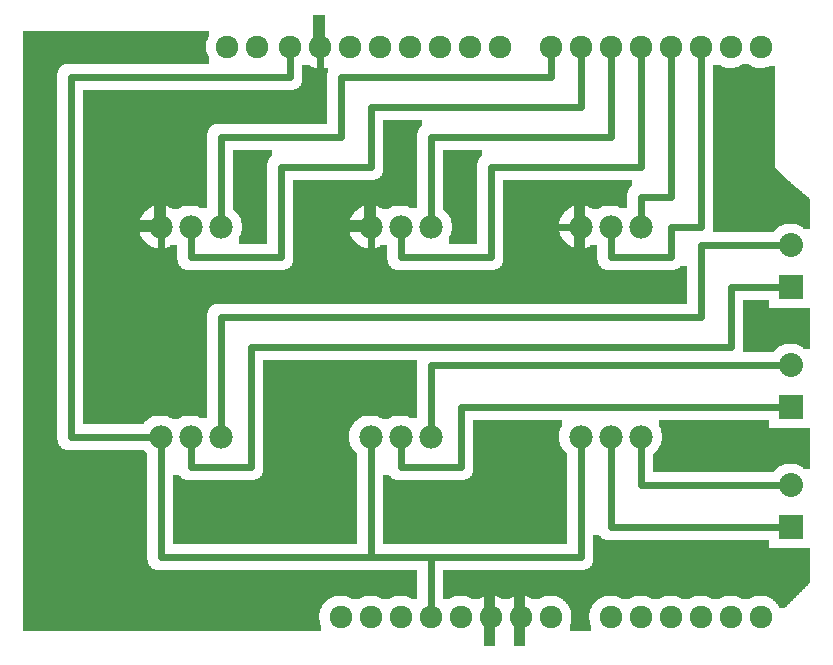
<source format=gtl>
G04 MADE WITH FRITZING*
G04 WWW.FRITZING.ORG*
G04 DOUBLE SIDED*
G04 HOLES PLATED*
G04 CONTOUR ON CENTER OF CONTOUR VECTOR*
%ASAXBY*%
%FSLAX23Y23*%
%MOIN*%
%OFA0B0*%
%SFA1.0B1.0*%
%ADD10C,0.075000*%
%ADD11C,0.075833*%
%ADD12C,0.078000*%
%ADD13C,0.080000*%
%ADD14C,0.039370*%
%ADD15R,0.080000X0.080000*%
%ADD16C,0.024000*%
%ADD17R,0.001000X0.001000*%
%LNCOPPER1*%
G90*
G70*
G54D10*
X134Y1967D03*
X332Y1802D03*
X2424Y1847D03*
X811Y1579D03*
X1511Y1579D03*
X2520Y1072D03*
X2230Y689D03*
X929Y886D03*
X1626Y685D03*
X2012Y298D03*
G54D11*
X732Y1997D03*
X832Y1997D03*
X939Y1997D03*
X1039Y1997D03*
X1139Y1997D03*
X1239Y1997D03*
X1339Y1997D03*
X1439Y1997D03*
X1539Y1997D03*
X1639Y1997D03*
X1809Y1997D03*
X1909Y1997D03*
X2009Y1997D03*
X2109Y1997D03*
X2209Y1997D03*
X2309Y1997D03*
X2409Y1997D03*
X2509Y1997D03*
X1109Y97D03*
X1209Y97D03*
X1309Y97D03*
X1409Y97D03*
X1509Y97D03*
X1609Y97D03*
X1709Y97D03*
X1809Y97D03*
X2009Y97D03*
X2109Y97D03*
X2209Y97D03*
X2309Y97D03*
X2409Y97D03*
X2509Y97D03*
G54D12*
X1909Y1397D03*
X2009Y1397D03*
X2109Y1397D03*
X1909Y697D03*
X2009Y697D03*
X2109Y697D03*
G54D13*
X2609Y397D03*
X2609Y535D03*
G54D12*
X1209Y1397D03*
X1309Y1397D03*
X1409Y1397D03*
X1209Y697D03*
X1309Y697D03*
X1409Y697D03*
G54D13*
X2609Y797D03*
X2609Y935D03*
G54D12*
X509Y1397D03*
X609Y1397D03*
X709Y1397D03*
X509Y697D03*
X609Y697D03*
X709Y697D03*
G54D13*
X2609Y1197D03*
X2609Y1335D03*
G54D14*
X2409Y697D03*
X509Y897D03*
X1809Y1297D03*
G54D15*
X2609Y397D03*
X2609Y797D03*
X2609Y1197D03*
G54D16*
X2209Y1497D02*
X2109Y1497D01*
D02*
X2109Y1497D02*
X2109Y1427D01*
D02*
X2209Y1969D02*
X2209Y1497D01*
D02*
X2109Y535D02*
X2109Y667D01*
D02*
X2577Y535D02*
X2109Y535D01*
D02*
X1409Y297D02*
X1209Y297D01*
D02*
X1409Y126D02*
X1409Y297D01*
D02*
X1409Y1697D02*
X1409Y1427D01*
D02*
X2009Y1697D02*
X1409Y1697D01*
D02*
X2009Y1969D02*
X2009Y1697D01*
D02*
X509Y297D02*
X509Y667D01*
D02*
X1209Y297D02*
X509Y297D01*
D02*
X1409Y297D02*
X1909Y297D01*
D02*
X1909Y297D02*
X1909Y667D01*
D02*
X1409Y126D02*
X1409Y297D01*
D02*
X1209Y297D02*
X1209Y667D01*
D02*
X709Y1697D02*
X709Y1427D01*
D02*
X1109Y1697D02*
X709Y1697D01*
D02*
X1109Y1897D02*
X1109Y1697D01*
D02*
X1809Y1897D02*
X1109Y1897D01*
D02*
X1809Y1969D02*
X1809Y1897D01*
D02*
X939Y1897D02*
X939Y1969D01*
D02*
X209Y1897D02*
X939Y1897D01*
D02*
X209Y697D02*
X209Y1897D01*
D02*
X478Y697D02*
X209Y697D01*
D02*
X2009Y397D02*
X2009Y667D01*
D02*
X2577Y397D02*
X2009Y397D01*
D02*
X1509Y797D02*
X2577Y797D01*
D02*
X1509Y597D02*
X1509Y797D01*
D02*
X1309Y597D02*
X1509Y597D01*
D02*
X1309Y667D02*
X1309Y597D01*
D02*
X1409Y727D02*
X1409Y935D01*
D02*
X1409Y935D02*
X2577Y935D01*
D02*
X2209Y1397D02*
X2309Y1397D01*
D02*
X2309Y1397D02*
X2309Y1969D01*
D02*
X2209Y1297D02*
X2209Y1397D01*
D02*
X2009Y1297D02*
X2209Y1297D01*
D02*
X2009Y1367D02*
X2009Y1297D01*
D02*
X1209Y1197D02*
X1209Y1367D01*
D02*
X1709Y1197D02*
X1209Y1197D01*
D02*
X1709Y1397D02*
X1709Y1197D01*
D02*
X1878Y1397D02*
X1709Y1397D01*
D02*
X1609Y1297D02*
X1309Y1297D01*
D02*
X1309Y1297D02*
X1309Y1367D01*
D02*
X1609Y1597D02*
X1609Y1297D01*
D02*
X2109Y1597D02*
X1609Y1597D01*
D02*
X2109Y1969D02*
X2109Y1597D01*
D02*
X1209Y1797D02*
X1209Y1597D01*
D02*
X1209Y1597D02*
X909Y1597D01*
D02*
X1909Y1797D02*
X1209Y1797D01*
D02*
X909Y1597D02*
X909Y1297D01*
D02*
X1909Y1969D02*
X1909Y1797D01*
D02*
X909Y1297D02*
X609Y1297D01*
D02*
X609Y1297D02*
X609Y1367D01*
D02*
X1039Y1797D02*
X309Y1797D01*
D02*
X309Y1797D02*
X309Y1597D01*
D02*
X1039Y1969D02*
X1039Y1797D01*
D02*
X309Y1197D02*
X509Y1197D01*
D02*
X509Y1197D02*
X509Y1397D01*
D02*
X309Y1397D02*
X309Y1197D01*
D02*
X309Y1597D02*
X309Y1397D01*
D02*
X1209Y1197D02*
X1209Y1367D01*
D02*
X509Y1197D02*
X1209Y1197D01*
D02*
X509Y1397D02*
X509Y1197D01*
D02*
X1209Y1367D02*
X1209Y1197D01*
D02*
X1209Y1197D02*
X309Y1197D01*
D02*
X509Y1197D02*
X509Y1367D01*
D02*
X309Y1197D02*
X509Y1197D01*
D02*
X309Y1397D02*
X309Y1197D01*
D02*
X309Y1197D02*
X309Y1397D01*
D02*
X2409Y1197D02*
X2577Y1197D01*
D02*
X2409Y997D02*
X2409Y1197D01*
D02*
X809Y997D02*
X2409Y997D01*
D02*
X809Y597D02*
X809Y997D01*
D02*
X609Y597D02*
X809Y597D01*
D02*
X609Y667D02*
X609Y597D01*
D02*
X2309Y1097D02*
X2309Y1335D01*
D02*
X2309Y1335D02*
X2577Y1335D01*
D02*
X1809Y1097D02*
X2309Y1097D01*
D02*
X709Y1097D02*
X1809Y1097D01*
D02*
X709Y727D02*
X709Y1097D01*
G36*
X52Y2049D02*
X52Y167D01*
X1324Y167D01*
X1324Y165D01*
X1332Y165D01*
X1332Y163D01*
X1336Y163D01*
X1336Y161D01*
X1340Y161D01*
X1340Y159D01*
X1344Y159D01*
X1344Y157D01*
X1364Y157D01*
X1364Y253D01*
X492Y253D01*
X492Y255D01*
X486Y255D01*
X486Y257D01*
X482Y257D01*
X482Y259D01*
X480Y259D01*
X480Y261D01*
X478Y261D01*
X478Y263D01*
X476Y263D01*
X476Y265D01*
X474Y265D01*
X474Y267D01*
X472Y267D01*
X472Y269D01*
X470Y269D01*
X470Y273D01*
X468Y273D01*
X468Y277D01*
X466Y277D01*
X466Y285D01*
X464Y285D01*
X464Y643D01*
X460Y643D01*
X460Y645D01*
X458Y645D01*
X458Y647D01*
X456Y647D01*
X456Y649D01*
X454Y649D01*
X454Y653D01*
X192Y653D01*
X192Y655D01*
X186Y655D01*
X186Y657D01*
X182Y657D01*
X182Y659D01*
X180Y659D01*
X180Y661D01*
X178Y661D01*
X178Y663D01*
X176Y663D01*
X176Y665D01*
X174Y665D01*
X174Y667D01*
X172Y667D01*
X172Y669D01*
X170Y669D01*
X170Y673D01*
X168Y673D01*
X168Y677D01*
X166Y677D01*
X166Y685D01*
X164Y685D01*
X164Y1909D01*
X166Y1909D01*
X166Y1917D01*
X168Y1917D01*
X168Y1921D01*
X170Y1921D01*
X170Y1925D01*
X172Y1925D01*
X172Y1927D01*
X174Y1927D01*
X174Y1929D01*
X176Y1929D01*
X176Y1931D01*
X178Y1931D01*
X178Y1933D01*
X180Y1933D01*
X180Y1935D01*
X184Y1935D01*
X184Y1937D01*
X188Y1937D01*
X188Y1939D01*
X194Y1939D01*
X194Y1941D01*
X672Y1941D01*
X672Y1961D01*
X670Y1961D01*
X670Y1965D01*
X668Y1965D01*
X668Y1969D01*
X666Y1969D01*
X666Y1973D01*
X664Y1973D01*
X664Y1979D01*
X662Y1979D01*
X662Y2015D01*
X664Y2015D01*
X664Y2021D01*
X666Y2021D01*
X666Y2025D01*
X668Y2025D01*
X668Y2029D01*
X670Y2029D01*
X670Y2049D01*
X52Y2049D01*
G37*
D02*
G36*
X52Y167D02*
X52Y51D01*
X1044Y51D01*
X1044Y71D01*
X1042Y71D01*
X1042Y75D01*
X1040Y75D01*
X1040Y85D01*
X1038Y85D01*
X1038Y109D01*
X1040Y109D01*
X1040Y119D01*
X1042Y119D01*
X1042Y123D01*
X1044Y123D01*
X1044Y127D01*
X1046Y127D01*
X1046Y131D01*
X1048Y131D01*
X1048Y135D01*
X1050Y135D01*
X1050Y137D01*
X1052Y137D01*
X1052Y141D01*
X1054Y141D01*
X1054Y143D01*
X1056Y143D01*
X1056Y145D01*
X1058Y145D01*
X1058Y147D01*
X1060Y147D01*
X1060Y149D01*
X1062Y149D01*
X1062Y151D01*
X1064Y151D01*
X1064Y153D01*
X1068Y153D01*
X1068Y155D01*
X1070Y155D01*
X1070Y157D01*
X1074Y157D01*
X1074Y159D01*
X1076Y159D01*
X1076Y161D01*
X1080Y161D01*
X1080Y163D01*
X1086Y163D01*
X1086Y165D01*
X1094Y165D01*
X1094Y167D01*
X52Y167D01*
G37*
D02*
G36*
X1124Y167D02*
X1124Y165D01*
X1132Y165D01*
X1132Y163D01*
X1136Y163D01*
X1136Y161D01*
X1140Y161D01*
X1140Y159D01*
X1144Y159D01*
X1144Y157D01*
X1146Y157D01*
X1146Y155D01*
X1170Y155D01*
X1170Y157D01*
X1174Y157D01*
X1174Y159D01*
X1176Y159D01*
X1176Y161D01*
X1180Y161D01*
X1180Y163D01*
X1186Y163D01*
X1186Y165D01*
X1194Y165D01*
X1194Y167D01*
X1124Y167D01*
G37*
D02*
G36*
X1224Y167D02*
X1224Y165D01*
X1232Y165D01*
X1232Y163D01*
X1236Y163D01*
X1236Y161D01*
X1240Y161D01*
X1240Y159D01*
X1244Y159D01*
X1244Y157D01*
X1246Y157D01*
X1246Y155D01*
X1270Y155D01*
X1270Y157D01*
X1274Y157D01*
X1274Y159D01*
X1276Y159D01*
X1276Y161D01*
X1280Y161D01*
X1280Y163D01*
X1286Y163D01*
X1286Y165D01*
X1294Y165D01*
X1294Y167D01*
X1224Y167D01*
G37*
D02*
G36*
X982Y1937D02*
X982Y1879D01*
X980Y1879D01*
X980Y1875D01*
X978Y1875D01*
X978Y1871D01*
X976Y1871D01*
X976Y1867D01*
X974Y1867D01*
X974Y1865D01*
X972Y1865D01*
X972Y1863D01*
X970Y1863D01*
X970Y1861D01*
X968Y1861D01*
X968Y1859D01*
X964Y1859D01*
X964Y1857D01*
X960Y1857D01*
X960Y1855D01*
X954Y1855D01*
X954Y1853D01*
X252Y1853D01*
X252Y1467D01*
X628Y1467D01*
X628Y1465D01*
X634Y1465D01*
X634Y1463D01*
X638Y1463D01*
X638Y1461D01*
X642Y1461D01*
X642Y1459D01*
X664Y1459D01*
X664Y1709D01*
X666Y1709D01*
X666Y1717D01*
X668Y1717D01*
X668Y1721D01*
X670Y1721D01*
X670Y1725D01*
X672Y1725D01*
X672Y1727D01*
X674Y1727D01*
X674Y1729D01*
X676Y1729D01*
X676Y1731D01*
X678Y1731D01*
X678Y1733D01*
X680Y1733D01*
X680Y1735D01*
X684Y1735D01*
X684Y1737D01*
X688Y1737D01*
X688Y1739D01*
X694Y1739D01*
X694Y1741D01*
X1064Y1741D01*
X1064Y1909D01*
X1066Y1909D01*
X1066Y1927D01*
X1022Y1927D01*
X1022Y1929D01*
X1016Y1929D01*
X1016Y1931D01*
X1010Y1931D01*
X1010Y1933D01*
X1006Y1933D01*
X1006Y1935D01*
X1004Y1935D01*
X1004Y1937D01*
X982Y1937D01*
G37*
D02*
G36*
X1252Y1753D02*
X1252Y1579D01*
X1250Y1579D01*
X1250Y1575D01*
X1248Y1575D01*
X1248Y1571D01*
X1246Y1571D01*
X1246Y1567D01*
X1244Y1567D01*
X1244Y1565D01*
X1242Y1565D01*
X1242Y1563D01*
X1240Y1563D01*
X1240Y1561D01*
X1238Y1561D01*
X1238Y1559D01*
X1234Y1559D01*
X1234Y1557D01*
X1230Y1557D01*
X1230Y1555D01*
X1224Y1555D01*
X1224Y1553D01*
X952Y1553D01*
X952Y1467D01*
X1328Y1467D01*
X1328Y1465D01*
X1334Y1465D01*
X1334Y1463D01*
X1338Y1463D01*
X1338Y1461D01*
X1342Y1461D01*
X1342Y1459D01*
X1364Y1459D01*
X1364Y1709D01*
X1366Y1709D01*
X1366Y1717D01*
X1368Y1717D01*
X1368Y1721D01*
X1370Y1721D01*
X1370Y1725D01*
X1372Y1725D01*
X1372Y1727D01*
X1374Y1727D01*
X1374Y1729D01*
X1376Y1729D01*
X1376Y1731D01*
X1378Y1731D01*
X1378Y1733D01*
X1380Y1733D01*
X1380Y1753D01*
X1252Y1753D01*
G37*
D02*
G36*
X1652Y1553D02*
X1652Y1467D01*
X2028Y1467D01*
X2028Y1465D01*
X2034Y1465D01*
X2034Y1463D01*
X2038Y1463D01*
X2038Y1461D01*
X2042Y1461D01*
X2042Y1459D01*
X2064Y1459D01*
X2064Y1509D01*
X2066Y1509D01*
X2066Y1517D01*
X2068Y1517D01*
X2068Y1521D01*
X2070Y1521D01*
X2070Y1525D01*
X2072Y1525D01*
X2072Y1527D01*
X2074Y1527D01*
X2074Y1529D01*
X2076Y1529D01*
X2076Y1531D01*
X2078Y1531D01*
X2078Y1533D01*
X2080Y1533D01*
X2080Y1553D01*
X1652Y1553D01*
G37*
D02*
G36*
X252Y1467D02*
X252Y1325D01*
X500Y1325D01*
X500Y1327D01*
X488Y1327D01*
X488Y1329D01*
X482Y1329D01*
X482Y1331D01*
X478Y1331D01*
X478Y1333D01*
X474Y1333D01*
X474Y1335D01*
X472Y1335D01*
X472Y1337D01*
X468Y1337D01*
X468Y1339D01*
X466Y1339D01*
X466Y1341D01*
X464Y1341D01*
X464Y1343D01*
X460Y1343D01*
X460Y1345D01*
X458Y1345D01*
X458Y1347D01*
X456Y1347D01*
X456Y1349D01*
X454Y1349D01*
X454Y1353D01*
X452Y1353D01*
X452Y1355D01*
X450Y1355D01*
X450Y1357D01*
X448Y1357D01*
X448Y1361D01*
X446Y1361D01*
X446Y1363D01*
X444Y1363D01*
X444Y1367D01*
X442Y1367D01*
X442Y1373D01*
X440Y1373D01*
X440Y1379D01*
X438Y1379D01*
X438Y1415D01*
X440Y1415D01*
X440Y1421D01*
X442Y1421D01*
X442Y1427D01*
X444Y1427D01*
X444Y1431D01*
X446Y1431D01*
X446Y1433D01*
X448Y1433D01*
X448Y1437D01*
X450Y1437D01*
X450Y1439D01*
X452Y1439D01*
X452Y1441D01*
X454Y1441D01*
X454Y1445D01*
X456Y1445D01*
X456Y1447D01*
X458Y1447D01*
X458Y1449D01*
X460Y1449D01*
X460Y1451D01*
X464Y1451D01*
X464Y1453D01*
X466Y1453D01*
X466Y1455D01*
X468Y1455D01*
X468Y1457D01*
X472Y1457D01*
X472Y1459D01*
X474Y1459D01*
X474Y1461D01*
X478Y1461D01*
X478Y1463D01*
X482Y1463D01*
X482Y1465D01*
X488Y1465D01*
X488Y1467D01*
X252Y1467D01*
G37*
D02*
G36*
X528Y1467D02*
X528Y1465D01*
X534Y1465D01*
X534Y1463D01*
X538Y1463D01*
X538Y1461D01*
X542Y1461D01*
X542Y1459D01*
X546Y1459D01*
X546Y1457D01*
X548Y1457D01*
X548Y1455D01*
X568Y1455D01*
X568Y1457D01*
X572Y1457D01*
X572Y1459D01*
X574Y1459D01*
X574Y1461D01*
X578Y1461D01*
X578Y1463D01*
X582Y1463D01*
X582Y1465D01*
X588Y1465D01*
X588Y1467D01*
X528Y1467D01*
G37*
D02*
G36*
X952Y1467D02*
X952Y1325D01*
X1200Y1325D01*
X1200Y1327D01*
X1188Y1327D01*
X1188Y1329D01*
X1182Y1329D01*
X1182Y1331D01*
X1178Y1331D01*
X1178Y1333D01*
X1174Y1333D01*
X1174Y1335D01*
X1172Y1335D01*
X1172Y1337D01*
X1168Y1337D01*
X1168Y1339D01*
X1166Y1339D01*
X1166Y1341D01*
X1164Y1341D01*
X1164Y1343D01*
X1160Y1343D01*
X1160Y1345D01*
X1158Y1345D01*
X1158Y1347D01*
X1156Y1347D01*
X1156Y1349D01*
X1154Y1349D01*
X1154Y1353D01*
X1152Y1353D01*
X1152Y1355D01*
X1150Y1355D01*
X1150Y1357D01*
X1148Y1357D01*
X1148Y1361D01*
X1146Y1361D01*
X1146Y1363D01*
X1144Y1363D01*
X1144Y1367D01*
X1142Y1367D01*
X1142Y1373D01*
X1140Y1373D01*
X1140Y1379D01*
X1138Y1379D01*
X1138Y1415D01*
X1140Y1415D01*
X1140Y1421D01*
X1142Y1421D01*
X1142Y1427D01*
X1144Y1427D01*
X1144Y1431D01*
X1146Y1431D01*
X1146Y1433D01*
X1148Y1433D01*
X1148Y1437D01*
X1150Y1437D01*
X1150Y1439D01*
X1152Y1439D01*
X1152Y1441D01*
X1154Y1441D01*
X1154Y1445D01*
X1156Y1445D01*
X1156Y1447D01*
X1158Y1447D01*
X1158Y1449D01*
X1160Y1449D01*
X1160Y1451D01*
X1164Y1451D01*
X1164Y1453D01*
X1166Y1453D01*
X1166Y1455D01*
X1168Y1455D01*
X1168Y1457D01*
X1172Y1457D01*
X1172Y1459D01*
X1174Y1459D01*
X1174Y1461D01*
X1178Y1461D01*
X1178Y1463D01*
X1182Y1463D01*
X1182Y1465D01*
X1188Y1465D01*
X1188Y1467D01*
X952Y1467D01*
G37*
D02*
G36*
X1228Y1467D02*
X1228Y1465D01*
X1234Y1465D01*
X1234Y1463D01*
X1238Y1463D01*
X1238Y1461D01*
X1242Y1461D01*
X1242Y1459D01*
X1246Y1459D01*
X1246Y1457D01*
X1248Y1457D01*
X1248Y1455D01*
X1268Y1455D01*
X1268Y1457D01*
X1272Y1457D01*
X1272Y1459D01*
X1274Y1459D01*
X1274Y1461D01*
X1278Y1461D01*
X1278Y1463D01*
X1282Y1463D01*
X1282Y1465D01*
X1288Y1465D01*
X1288Y1467D01*
X1228Y1467D01*
G37*
D02*
G36*
X1652Y1467D02*
X1652Y1325D01*
X1900Y1325D01*
X1900Y1327D01*
X1888Y1327D01*
X1888Y1329D01*
X1882Y1329D01*
X1882Y1331D01*
X1878Y1331D01*
X1878Y1333D01*
X1874Y1333D01*
X1874Y1335D01*
X1872Y1335D01*
X1872Y1337D01*
X1868Y1337D01*
X1868Y1339D01*
X1866Y1339D01*
X1866Y1341D01*
X1864Y1341D01*
X1864Y1343D01*
X1860Y1343D01*
X1860Y1345D01*
X1858Y1345D01*
X1858Y1347D01*
X1856Y1347D01*
X1856Y1349D01*
X1854Y1349D01*
X1854Y1353D01*
X1852Y1353D01*
X1852Y1355D01*
X1850Y1355D01*
X1850Y1357D01*
X1848Y1357D01*
X1848Y1361D01*
X1846Y1361D01*
X1846Y1363D01*
X1844Y1363D01*
X1844Y1367D01*
X1842Y1367D01*
X1842Y1373D01*
X1840Y1373D01*
X1840Y1379D01*
X1838Y1379D01*
X1838Y1415D01*
X1840Y1415D01*
X1840Y1421D01*
X1842Y1421D01*
X1842Y1427D01*
X1844Y1427D01*
X1844Y1431D01*
X1846Y1431D01*
X1846Y1433D01*
X1848Y1433D01*
X1848Y1437D01*
X1850Y1437D01*
X1850Y1439D01*
X1852Y1439D01*
X1852Y1441D01*
X1854Y1441D01*
X1854Y1445D01*
X1856Y1445D01*
X1856Y1447D01*
X1858Y1447D01*
X1858Y1449D01*
X1860Y1449D01*
X1860Y1451D01*
X1864Y1451D01*
X1864Y1453D01*
X1866Y1453D01*
X1866Y1455D01*
X1868Y1455D01*
X1868Y1457D01*
X1872Y1457D01*
X1872Y1459D01*
X1874Y1459D01*
X1874Y1461D01*
X1878Y1461D01*
X1878Y1463D01*
X1882Y1463D01*
X1882Y1465D01*
X1888Y1465D01*
X1888Y1467D01*
X1652Y1467D01*
G37*
D02*
G36*
X1928Y1467D02*
X1928Y1465D01*
X1934Y1465D01*
X1934Y1463D01*
X1938Y1463D01*
X1938Y1461D01*
X1942Y1461D01*
X1942Y1459D01*
X1946Y1459D01*
X1946Y1457D01*
X1948Y1457D01*
X1948Y1455D01*
X1968Y1455D01*
X1968Y1457D01*
X1972Y1457D01*
X1972Y1459D01*
X1974Y1459D01*
X1974Y1461D01*
X1978Y1461D01*
X1978Y1463D01*
X1982Y1463D01*
X1982Y1465D01*
X1988Y1465D01*
X1988Y1467D01*
X1928Y1467D01*
G37*
D02*
G36*
X542Y1335D02*
X542Y1333D01*
X540Y1333D01*
X540Y1331D01*
X534Y1331D01*
X534Y1329D01*
X530Y1329D01*
X530Y1327D01*
X518Y1327D01*
X518Y1325D01*
X564Y1325D01*
X564Y1335D01*
X542Y1335D01*
G37*
D02*
G36*
X1242Y1335D02*
X1242Y1333D01*
X1240Y1333D01*
X1240Y1331D01*
X1234Y1331D01*
X1234Y1329D01*
X1230Y1329D01*
X1230Y1327D01*
X1218Y1327D01*
X1218Y1325D01*
X1264Y1325D01*
X1264Y1335D01*
X1242Y1335D01*
G37*
D02*
G36*
X1942Y1335D02*
X1942Y1333D01*
X1940Y1333D01*
X1940Y1331D01*
X1934Y1331D01*
X1934Y1329D01*
X1930Y1329D01*
X1930Y1327D01*
X1918Y1327D01*
X1918Y1325D01*
X1964Y1325D01*
X1964Y1335D01*
X1942Y1335D01*
G37*
D02*
G36*
X252Y1325D02*
X252Y1323D01*
X564Y1323D01*
X564Y1325D01*
X252Y1325D01*
G37*
D02*
G36*
X252Y1325D02*
X252Y1323D01*
X564Y1323D01*
X564Y1325D01*
X252Y1325D01*
G37*
D02*
G36*
X952Y1325D02*
X952Y1323D01*
X1264Y1323D01*
X1264Y1325D01*
X952Y1325D01*
G37*
D02*
G36*
X952Y1325D02*
X952Y1323D01*
X1264Y1323D01*
X1264Y1325D01*
X952Y1325D01*
G37*
D02*
G36*
X1652Y1325D02*
X1652Y1323D01*
X1964Y1323D01*
X1964Y1325D01*
X1652Y1325D01*
G37*
D02*
G36*
X1652Y1325D02*
X1652Y1323D01*
X1964Y1323D01*
X1964Y1325D01*
X1652Y1325D01*
G37*
D02*
G36*
X252Y1323D02*
X252Y1253D01*
X592Y1253D01*
X592Y1255D01*
X586Y1255D01*
X586Y1257D01*
X582Y1257D01*
X582Y1259D01*
X580Y1259D01*
X580Y1261D01*
X578Y1261D01*
X578Y1263D01*
X576Y1263D01*
X576Y1265D01*
X574Y1265D01*
X574Y1267D01*
X572Y1267D01*
X572Y1269D01*
X570Y1269D01*
X570Y1273D01*
X568Y1273D01*
X568Y1277D01*
X566Y1277D01*
X566Y1285D01*
X564Y1285D01*
X564Y1323D01*
X252Y1323D01*
G37*
D02*
G36*
X952Y1323D02*
X952Y1279D01*
X950Y1279D01*
X950Y1275D01*
X948Y1275D01*
X948Y1271D01*
X946Y1271D01*
X946Y1267D01*
X944Y1267D01*
X944Y1265D01*
X942Y1265D01*
X942Y1263D01*
X940Y1263D01*
X940Y1261D01*
X938Y1261D01*
X938Y1259D01*
X934Y1259D01*
X934Y1257D01*
X930Y1257D01*
X930Y1255D01*
X924Y1255D01*
X924Y1253D01*
X1292Y1253D01*
X1292Y1255D01*
X1286Y1255D01*
X1286Y1257D01*
X1282Y1257D01*
X1282Y1259D01*
X1280Y1259D01*
X1280Y1261D01*
X1278Y1261D01*
X1278Y1263D01*
X1276Y1263D01*
X1276Y1265D01*
X1274Y1265D01*
X1274Y1267D01*
X1272Y1267D01*
X1272Y1269D01*
X1270Y1269D01*
X1270Y1273D01*
X1268Y1273D01*
X1268Y1277D01*
X1266Y1277D01*
X1266Y1285D01*
X1264Y1285D01*
X1264Y1323D01*
X952Y1323D01*
G37*
D02*
G36*
X1652Y1323D02*
X1652Y1279D01*
X1650Y1279D01*
X1650Y1275D01*
X1648Y1275D01*
X1648Y1271D01*
X1646Y1271D01*
X1646Y1267D01*
X1644Y1267D01*
X1644Y1265D01*
X1642Y1265D01*
X1642Y1263D01*
X1640Y1263D01*
X1640Y1261D01*
X1638Y1261D01*
X1638Y1259D01*
X1634Y1259D01*
X1634Y1257D01*
X1630Y1257D01*
X1630Y1255D01*
X1624Y1255D01*
X1624Y1253D01*
X1992Y1253D01*
X1992Y1255D01*
X1986Y1255D01*
X1986Y1257D01*
X1982Y1257D01*
X1982Y1259D01*
X1980Y1259D01*
X1980Y1261D01*
X1978Y1261D01*
X1978Y1263D01*
X1976Y1263D01*
X1976Y1265D01*
X1974Y1265D01*
X1974Y1267D01*
X1972Y1267D01*
X1972Y1269D01*
X1970Y1269D01*
X1970Y1273D01*
X1968Y1273D01*
X1968Y1277D01*
X1966Y1277D01*
X1966Y1285D01*
X1964Y1285D01*
X1964Y1323D01*
X1652Y1323D01*
G37*
D02*
G36*
X2244Y1267D02*
X2244Y1265D01*
X2242Y1265D01*
X2242Y1263D01*
X2240Y1263D01*
X2240Y1261D01*
X2238Y1261D01*
X2238Y1259D01*
X2234Y1259D01*
X2234Y1257D01*
X2230Y1257D01*
X2230Y1255D01*
X2224Y1255D01*
X2224Y1253D01*
X2264Y1253D01*
X2264Y1267D01*
X2244Y1267D01*
G37*
D02*
G36*
X252Y1253D02*
X252Y1251D01*
X2264Y1251D01*
X2264Y1253D01*
X252Y1253D01*
G37*
D02*
G36*
X252Y1253D02*
X252Y1251D01*
X2264Y1251D01*
X2264Y1253D01*
X252Y1253D01*
G37*
D02*
G36*
X252Y1253D02*
X252Y1251D01*
X2264Y1251D01*
X2264Y1253D01*
X252Y1253D01*
G37*
D02*
G36*
X252Y1253D02*
X252Y1251D01*
X2264Y1251D01*
X2264Y1253D01*
X252Y1253D01*
G37*
D02*
G36*
X252Y1251D02*
X252Y767D01*
X628Y767D01*
X628Y765D01*
X634Y765D01*
X634Y763D01*
X638Y763D01*
X638Y761D01*
X642Y761D01*
X642Y759D01*
X664Y759D01*
X664Y1109D01*
X666Y1109D01*
X666Y1117D01*
X668Y1117D01*
X668Y1121D01*
X670Y1121D01*
X670Y1125D01*
X672Y1125D01*
X672Y1127D01*
X674Y1127D01*
X674Y1129D01*
X676Y1129D01*
X676Y1131D01*
X678Y1131D01*
X678Y1133D01*
X680Y1133D01*
X680Y1135D01*
X684Y1135D01*
X684Y1137D01*
X688Y1137D01*
X688Y1139D01*
X694Y1139D01*
X694Y1141D01*
X2264Y1141D01*
X2264Y1251D01*
X252Y1251D01*
G37*
D02*
G36*
X252Y767D02*
X252Y741D01*
X454Y741D01*
X454Y745D01*
X456Y745D01*
X456Y747D01*
X458Y747D01*
X458Y749D01*
X460Y749D01*
X460Y751D01*
X464Y751D01*
X464Y753D01*
X466Y753D01*
X466Y755D01*
X468Y755D01*
X468Y757D01*
X472Y757D01*
X472Y759D01*
X474Y759D01*
X474Y761D01*
X478Y761D01*
X478Y763D01*
X482Y763D01*
X482Y765D01*
X488Y765D01*
X488Y767D01*
X252Y767D01*
G37*
D02*
G36*
X528Y767D02*
X528Y765D01*
X534Y765D01*
X534Y763D01*
X538Y763D01*
X538Y761D01*
X542Y761D01*
X542Y759D01*
X546Y759D01*
X546Y757D01*
X548Y757D01*
X548Y755D01*
X568Y755D01*
X568Y757D01*
X572Y757D01*
X572Y759D01*
X574Y759D01*
X574Y761D01*
X578Y761D01*
X578Y763D01*
X582Y763D01*
X582Y765D01*
X588Y765D01*
X588Y767D01*
X528Y767D01*
G37*
D02*
G36*
X2448Y1939D02*
X2448Y1937D01*
X2444Y1937D01*
X2444Y1935D01*
X2440Y1935D01*
X2440Y1933D01*
X2436Y1933D01*
X2436Y1931D01*
X2432Y1931D01*
X2432Y1929D01*
X2424Y1929D01*
X2424Y1927D01*
X2492Y1927D01*
X2492Y1929D01*
X2486Y1929D01*
X2486Y1931D01*
X2480Y1931D01*
X2480Y1933D01*
X2476Y1933D01*
X2476Y1935D01*
X2474Y1935D01*
X2474Y1937D01*
X2470Y1937D01*
X2470Y1939D01*
X2448Y1939D01*
G37*
D02*
G36*
X2352Y1937D02*
X2352Y1927D01*
X2392Y1927D01*
X2392Y1929D01*
X2386Y1929D01*
X2386Y1931D01*
X2380Y1931D01*
X2380Y1933D01*
X2376Y1933D01*
X2376Y1935D01*
X2374Y1935D01*
X2374Y1937D01*
X2352Y1937D01*
G37*
D02*
G36*
X2536Y1933D02*
X2536Y1931D01*
X2532Y1931D01*
X2532Y1929D01*
X2524Y1929D01*
X2524Y1927D01*
X2556Y1927D01*
X2556Y1933D01*
X2536Y1933D01*
G37*
D02*
G36*
X2352Y1927D02*
X2352Y1925D01*
X2556Y1925D01*
X2556Y1927D01*
X2352Y1927D01*
G37*
D02*
G36*
X2352Y1927D02*
X2352Y1925D01*
X2556Y1925D01*
X2556Y1927D01*
X2352Y1927D01*
G37*
D02*
G36*
X2352Y1927D02*
X2352Y1925D01*
X2556Y1925D01*
X2556Y1927D01*
X2352Y1927D01*
G37*
D02*
G36*
X2352Y1925D02*
X2352Y1407D01*
X2624Y1407D01*
X2624Y1405D01*
X2632Y1405D01*
X2632Y1403D01*
X2636Y1403D01*
X2636Y1401D01*
X2640Y1401D01*
X2640Y1399D01*
X2644Y1399D01*
X2644Y1397D01*
X2648Y1397D01*
X2648Y1395D01*
X2650Y1395D01*
X2650Y1393D01*
X2652Y1393D01*
X2652Y1391D01*
X2674Y1391D01*
X2674Y1491D01*
X2672Y1491D01*
X2672Y1493D01*
X2670Y1493D01*
X2670Y1495D01*
X2666Y1495D01*
X2666Y1497D01*
X2664Y1497D01*
X2664Y1499D01*
X2662Y1499D01*
X2662Y1501D01*
X2660Y1501D01*
X2660Y1503D01*
X2658Y1503D01*
X2658Y1505D01*
X2654Y1505D01*
X2654Y1507D01*
X2652Y1507D01*
X2652Y1509D01*
X2650Y1509D01*
X2650Y1511D01*
X2648Y1511D01*
X2648Y1513D01*
X2646Y1513D01*
X2646Y1515D01*
X2644Y1515D01*
X2644Y1517D01*
X2640Y1517D01*
X2640Y1519D01*
X2638Y1519D01*
X2638Y1521D01*
X2636Y1521D01*
X2636Y1523D01*
X2634Y1523D01*
X2634Y1525D01*
X2632Y1525D01*
X2632Y1527D01*
X2628Y1527D01*
X2628Y1529D01*
X2626Y1529D01*
X2626Y1531D01*
X2624Y1531D01*
X2624Y1533D01*
X2622Y1533D01*
X2622Y1535D01*
X2620Y1535D01*
X2620Y1537D01*
X2618Y1537D01*
X2618Y1539D01*
X2614Y1539D01*
X2614Y1541D01*
X2612Y1541D01*
X2612Y1543D01*
X2610Y1543D01*
X2610Y1545D01*
X2608Y1545D01*
X2608Y1547D01*
X2606Y1547D01*
X2606Y1549D01*
X2602Y1549D01*
X2602Y1551D01*
X2600Y1551D01*
X2600Y1553D01*
X2598Y1553D01*
X2598Y1555D01*
X2596Y1555D01*
X2596Y1557D01*
X2594Y1557D01*
X2594Y1559D01*
X2592Y1559D01*
X2592Y1561D01*
X2590Y1561D01*
X2590Y1563D01*
X2588Y1563D01*
X2588Y1565D01*
X2586Y1565D01*
X2586Y1567D01*
X2584Y1567D01*
X2584Y1569D01*
X2582Y1569D01*
X2582Y1571D01*
X2580Y1571D01*
X2580Y1573D01*
X2578Y1573D01*
X2578Y1575D01*
X2576Y1575D01*
X2576Y1577D01*
X2574Y1577D01*
X2574Y1579D01*
X2572Y1579D01*
X2572Y1581D01*
X2570Y1581D01*
X2570Y1583D01*
X2568Y1583D01*
X2568Y1585D01*
X2566Y1585D01*
X2566Y1587D01*
X2564Y1587D01*
X2564Y1589D01*
X2562Y1589D01*
X2562Y1591D01*
X2560Y1591D01*
X2560Y1593D01*
X2558Y1593D01*
X2558Y1595D01*
X2556Y1595D01*
X2556Y1925D01*
X2352Y1925D01*
G37*
D02*
G36*
X2352Y1407D02*
X2352Y1379D01*
X2552Y1379D01*
X2552Y1381D01*
X2554Y1381D01*
X2554Y1383D01*
X2556Y1383D01*
X2556Y1385D01*
X2558Y1385D01*
X2558Y1387D01*
X2560Y1387D01*
X2560Y1389D01*
X2562Y1389D01*
X2562Y1391D01*
X2564Y1391D01*
X2564Y1393D01*
X2566Y1393D01*
X2566Y1395D01*
X2570Y1395D01*
X2570Y1397D01*
X2572Y1397D01*
X2572Y1399D01*
X2576Y1399D01*
X2576Y1401D01*
X2580Y1401D01*
X2580Y1403D01*
X2586Y1403D01*
X2586Y1405D01*
X2594Y1405D01*
X2594Y1407D01*
X2352Y1407D01*
G37*
D02*
G36*
X752Y1653D02*
X752Y1453D01*
X754Y1453D01*
X754Y1451D01*
X756Y1451D01*
X756Y1449D01*
X758Y1449D01*
X758Y1447D01*
X760Y1447D01*
X760Y1445D01*
X762Y1445D01*
X762Y1443D01*
X764Y1443D01*
X764Y1441D01*
X766Y1441D01*
X766Y1439D01*
X768Y1439D01*
X768Y1435D01*
X770Y1435D01*
X770Y1433D01*
X772Y1433D01*
X772Y1429D01*
X774Y1429D01*
X774Y1425D01*
X776Y1425D01*
X776Y1419D01*
X778Y1419D01*
X778Y1411D01*
X780Y1411D01*
X780Y1383D01*
X778Y1383D01*
X778Y1375D01*
X776Y1375D01*
X776Y1369D01*
X774Y1369D01*
X774Y1365D01*
X772Y1365D01*
X772Y1361D01*
X770Y1361D01*
X770Y1341D01*
X864Y1341D01*
X864Y1609D01*
X866Y1609D01*
X866Y1617D01*
X868Y1617D01*
X868Y1621D01*
X870Y1621D01*
X870Y1625D01*
X872Y1625D01*
X872Y1627D01*
X874Y1627D01*
X874Y1629D01*
X876Y1629D01*
X876Y1631D01*
X878Y1631D01*
X878Y1633D01*
X880Y1633D01*
X880Y1653D01*
X752Y1653D01*
G37*
D02*
G36*
X1452Y1653D02*
X1452Y1453D01*
X1454Y1453D01*
X1454Y1451D01*
X1456Y1451D01*
X1456Y1449D01*
X1458Y1449D01*
X1458Y1447D01*
X1460Y1447D01*
X1460Y1445D01*
X1462Y1445D01*
X1462Y1443D01*
X1464Y1443D01*
X1464Y1441D01*
X1466Y1441D01*
X1466Y1439D01*
X1468Y1439D01*
X1468Y1435D01*
X1470Y1435D01*
X1470Y1433D01*
X1472Y1433D01*
X1472Y1429D01*
X1474Y1429D01*
X1474Y1425D01*
X1476Y1425D01*
X1476Y1419D01*
X1478Y1419D01*
X1478Y1411D01*
X1480Y1411D01*
X1480Y1383D01*
X1478Y1383D01*
X1478Y1375D01*
X1476Y1375D01*
X1476Y1369D01*
X1474Y1369D01*
X1474Y1365D01*
X1472Y1365D01*
X1472Y1361D01*
X1470Y1361D01*
X1470Y1341D01*
X1564Y1341D01*
X1564Y1609D01*
X1566Y1609D01*
X1566Y1617D01*
X1568Y1617D01*
X1568Y1621D01*
X1570Y1621D01*
X1570Y1625D01*
X1572Y1625D01*
X1572Y1627D01*
X1574Y1627D01*
X1574Y1629D01*
X1576Y1629D01*
X1576Y1631D01*
X1578Y1631D01*
X1578Y1633D01*
X1580Y1633D01*
X1580Y1653D01*
X1452Y1653D01*
G37*
D02*
G36*
X2452Y1153D02*
X2452Y1007D01*
X2624Y1007D01*
X2624Y1005D01*
X2632Y1005D01*
X2632Y1003D01*
X2636Y1003D01*
X2636Y1001D01*
X2640Y1001D01*
X2640Y999D01*
X2644Y999D01*
X2644Y997D01*
X2648Y997D01*
X2648Y995D01*
X2650Y995D01*
X2650Y993D01*
X2652Y993D01*
X2652Y991D01*
X2674Y991D01*
X2674Y1125D01*
X2536Y1125D01*
X2536Y1153D01*
X2452Y1153D01*
G37*
D02*
G36*
X2452Y1007D02*
X2452Y979D01*
X2552Y979D01*
X2552Y981D01*
X2554Y981D01*
X2554Y983D01*
X2556Y983D01*
X2556Y985D01*
X2558Y985D01*
X2558Y987D01*
X2560Y987D01*
X2560Y989D01*
X2562Y989D01*
X2562Y991D01*
X2564Y991D01*
X2564Y993D01*
X2566Y993D01*
X2566Y995D01*
X2570Y995D01*
X2570Y997D01*
X2572Y997D01*
X2572Y999D01*
X2576Y999D01*
X2576Y1001D01*
X2580Y1001D01*
X2580Y1003D01*
X2586Y1003D01*
X2586Y1005D01*
X2594Y1005D01*
X2594Y1007D01*
X2452Y1007D01*
G37*
D02*
G36*
X2170Y753D02*
X2170Y733D01*
X2172Y733D01*
X2172Y729D01*
X2174Y729D01*
X2174Y725D01*
X2176Y725D01*
X2176Y719D01*
X2178Y719D01*
X2178Y711D01*
X2180Y711D01*
X2180Y683D01*
X2178Y683D01*
X2178Y675D01*
X2176Y675D01*
X2176Y669D01*
X2174Y669D01*
X2174Y665D01*
X2172Y665D01*
X2172Y661D01*
X2170Y661D01*
X2170Y659D01*
X2168Y659D01*
X2168Y655D01*
X2166Y655D01*
X2166Y653D01*
X2164Y653D01*
X2164Y651D01*
X2162Y651D01*
X2162Y649D01*
X2160Y649D01*
X2160Y647D01*
X2158Y647D01*
X2158Y645D01*
X2156Y645D01*
X2156Y643D01*
X2154Y643D01*
X2154Y641D01*
X2152Y641D01*
X2152Y607D01*
X2624Y607D01*
X2624Y605D01*
X2632Y605D01*
X2632Y603D01*
X2636Y603D01*
X2636Y601D01*
X2640Y601D01*
X2640Y599D01*
X2644Y599D01*
X2644Y597D01*
X2648Y597D01*
X2648Y595D01*
X2650Y595D01*
X2650Y593D01*
X2652Y593D01*
X2652Y591D01*
X2674Y591D01*
X2674Y725D01*
X2536Y725D01*
X2536Y753D01*
X2170Y753D01*
G37*
D02*
G36*
X2152Y607D02*
X2152Y579D01*
X2552Y579D01*
X2552Y581D01*
X2554Y581D01*
X2554Y583D01*
X2556Y583D01*
X2556Y585D01*
X2558Y585D01*
X2558Y587D01*
X2560Y587D01*
X2560Y589D01*
X2562Y589D01*
X2562Y591D01*
X2564Y591D01*
X2564Y593D01*
X2566Y593D01*
X2566Y595D01*
X2570Y595D01*
X2570Y597D01*
X2572Y597D01*
X2572Y599D01*
X2576Y599D01*
X2576Y601D01*
X2580Y601D01*
X2580Y603D01*
X2586Y603D01*
X2586Y605D01*
X2594Y605D01*
X2594Y607D01*
X2152Y607D01*
G37*
D02*
G36*
X852Y953D02*
X852Y767D01*
X1328Y767D01*
X1328Y765D01*
X1334Y765D01*
X1334Y763D01*
X1338Y763D01*
X1338Y761D01*
X1342Y761D01*
X1342Y759D01*
X1364Y759D01*
X1364Y953D01*
X852Y953D01*
G37*
D02*
G36*
X852Y767D02*
X852Y579D01*
X850Y579D01*
X850Y575D01*
X848Y575D01*
X848Y571D01*
X846Y571D01*
X846Y567D01*
X844Y567D01*
X844Y565D01*
X842Y565D01*
X842Y563D01*
X840Y563D01*
X840Y561D01*
X838Y561D01*
X838Y559D01*
X834Y559D01*
X834Y557D01*
X830Y557D01*
X830Y555D01*
X824Y555D01*
X824Y553D01*
X1164Y553D01*
X1164Y643D01*
X1160Y643D01*
X1160Y645D01*
X1158Y645D01*
X1158Y647D01*
X1156Y647D01*
X1156Y649D01*
X1154Y649D01*
X1154Y653D01*
X1152Y653D01*
X1152Y655D01*
X1150Y655D01*
X1150Y657D01*
X1148Y657D01*
X1148Y661D01*
X1146Y661D01*
X1146Y663D01*
X1144Y663D01*
X1144Y667D01*
X1142Y667D01*
X1142Y673D01*
X1140Y673D01*
X1140Y679D01*
X1138Y679D01*
X1138Y715D01*
X1140Y715D01*
X1140Y721D01*
X1142Y721D01*
X1142Y727D01*
X1144Y727D01*
X1144Y731D01*
X1146Y731D01*
X1146Y733D01*
X1148Y733D01*
X1148Y737D01*
X1150Y737D01*
X1150Y739D01*
X1152Y739D01*
X1152Y741D01*
X1154Y741D01*
X1154Y745D01*
X1156Y745D01*
X1156Y747D01*
X1158Y747D01*
X1158Y749D01*
X1160Y749D01*
X1160Y751D01*
X1164Y751D01*
X1164Y753D01*
X1166Y753D01*
X1166Y755D01*
X1168Y755D01*
X1168Y757D01*
X1172Y757D01*
X1172Y759D01*
X1174Y759D01*
X1174Y761D01*
X1178Y761D01*
X1178Y763D01*
X1182Y763D01*
X1182Y765D01*
X1188Y765D01*
X1188Y767D01*
X852Y767D01*
G37*
D02*
G36*
X1228Y767D02*
X1228Y765D01*
X1234Y765D01*
X1234Y763D01*
X1238Y763D01*
X1238Y761D01*
X1242Y761D01*
X1242Y759D01*
X1246Y759D01*
X1246Y757D01*
X1248Y757D01*
X1248Y755D01*
X1268Y755D01*
X1268Y757D01*
X1272Y757D01*
X1272Y759D01*
X1274Y759D01*
X1274Y761D01*
X1278Y761D01*
X1278Y763D01*
X1282Y763D01*
X1282Y765D01*
X1288Y765D01*
X1288Y767D01*
X1228Y767D01*
G37*
D02*
G36*
X552Y569D02*
X552Y553D01*
X592Y553D01*
X592Y555D01*
X586Y555D01*
X586Y557D01*
X582Y557D01*
X582Y559D01*
X580Y559D01*
X580Y561D01*
X578Y561D01*
X578Y563D01*
X576Y563D01*
X576Y565D01*
X574Y565D01*
X574Y567D01*
X572Y567D01*
X572Y569D01*
X552Y569D01*
G37*
D02*
G36*
X552Y553D02*
X552Y551D01*
X1164Y551D01*
X1164Y553D01*
X552Y553D01*
G37*
D02*
G36*
X552Y553D02*
X552Y551D01*
X1164Y551D01*
X1164Y553D01*
X552Y553D01*
G37*
D02*
G36*
X552Y551D02*
X552Y341D01*
X1164Y341D01*
X1164Y551D01*
X552Y551D01*
G37*
D02*
G36*
X1552Y753D02*
X1552Y579D01*
X1550Y579D01*
X1550Y575D01*
X1548Y575D01*
X1548Y571D01*
X1546Y571D01*
X1546Y567D01*
X1544Y567D01*
X1544Y565D01*
X1542Y565D01*
X1542Y563D01*
X1540Y563D01*
X1540Y561D01*
X1538Y561D01*
X1538Y559D01*
X1534Y559D01*
X1534Y557D01*
X1530Y557D01*
X1530Y555D01*
X1524Y555D01*
X1524Y553D01*
X1864Y553D01*
X1864Y643D01*
X1860Y643D01*
X1860Y645D01*
X1858Y645D01*
X1858Y647D01*
X1856Y647D01*
X1856Y649D01*
X1854Y649D01*
X1854Y653D01*
X1852Y653D01*
X1852Y655D01*
X1850Y655D01*
X1850Y657D01*
X1848Y657D01*
X1848Y661D01*
X1846Y661D01*
X1846Y663D01*
X1844Y663D01*
X1844Y667D01*
X1842Y667D01*
X1842Y673D01*
X1840Y673D01*
X1840Y679D01*
X1838Y679D01*
X1838Y715D01*
X1840Y715D01*
X1840Y721D01*
X1842Y721D01*
X1842Y727D01*
X1844Y727D01*
X1844Y731D01*
X1846Y731D01*
X1846Y733D01*
X1848Y733D01*
X1848Y753D01*
X1552Y753D01*
G37*
D02*
G36*
X1252Y569D02*
X1252Y553D01*
X1292Y553D01*
X1292Y555D01*
X1286Y555D01*
X1286Y557D01*
X1282Y557D01*
X1282Y559D01*
X1280Y559D01*
X1280Y561D01*
X1278Y561D01*
X1278Y563D01*
X1276Y563D01*
X1276Y565D01*
X1274Y565D01*
X1274Y567D01*
X1272Y567D01*
X1272Y569D01*
X1252Y569D01*
G37*
D02*
G36*
X1252Y553D02*
X1252Y551D01*
X1864Y551D01*
X1864Y553D01*
X1252Y553D01*
G37*
D02*
G36*
X1252Y553D02*
X1252Y551D01*
X1864Y551D01*
X1864Y553D01*
X1252Y553D01*
G37*
D02*
G36*
X1252Y551D02*
X1252Y341D01*
X1864Y341D01*
X1864Y551D01*
X1252Y551D01*
G37*
D02*
G36*
X1952Y369D02*
X1952Y279D01*
X1950Y279D01*
X1950Y275D01*
X1948Y275D01*
X1948Y271D01*
X1946Y271D01*
X1946Y267D01*
X1944Y267D01*
X1944Y265D01*
X1942Y265D01*
X1942Y263D01*
X1940Y263D01*
X1940Y261D01*
X1938Y261D01*
X1938Y259D01*
X1934Y259D01*
X1934Y257D01*
X1930Y257D01*
X1930Y255D01*
X1924Y255D01*
X1924Y253D01*
X1452Y253D01*
X1452Y167D01*
X2524Y167D01*
X2524Y165D01*
X2532Y165D01*
X2532Y163D01*
X2536Y163D01*
X2536Y161D01*
X2540Y161D01*
X2540Y159D01*
X2544Y159D01*
X2544Y157D01*
X2546Y157D01*
X2546Y155D01*
X2550Y155D01*
X2550Y153D01*
X2552Y153D01*
X2552Y151D01*
X2554Y151D01*
X2554Y149D01*
X2556Y149D01*
X2556Y147D01*
X2558Y147D01*
X2558Y145D01*
X2560Y145D01*
X2560Y143D01*
X2562Y143D01*
X2562Y141D01*
X2564Y141D01*
X2564Y139D01*
X2566Y139D01*
X2566Y137D01*
X2568Y137D01*
X2568Y133D01*
X2570Y133D01*
X2570Y129D01*
X2572Y129D01*
X2572Y127D01*
X2592Y127D01*
X2592Y129D01*
X2594Y129D01*
X2594Y131D01*
X2596Y131D01*
X2596Y133D01*
X2598Y133D01*
X2598Y135D01*
X2600Y135D01*
X2600Y137D01*
X2602Y137D01*
X2602Y139D01*
X2604Y139D01*
X2604Y141D01*
X2606Y141D01*
X2606Y143D01*
X2608Y143D01*
X2608Y145D01*
X2610Y145D01*
X2610Y147D01*
X2612Y147D01*
X2612Y149D01*
X2614Y149D01*
X2614Y151D01*
X2616Y151D01*
X2616Y153D01*
X2618Y153D01*
X2618Y155D01*
X2620Y155D01*
X2620Y157D01*
X2622Y157D01*
X2622Y159D01*
X2624Y159D01*
X2624Y161D01*
X2626Y161D01*
X2626Y163D01*
X2628Y163D01*
X2628Y165D01*
X2630Y165D01*
X2630Y167D01*
X2632Y167D01*
X2632Y169D01*
X2634Y169D01*
X2634Y171D01*
X2636Y171D01*
X2636Y173D01*
X2638Y173D01*
X2638Y175D01*
X2640Y175D01*
X2640Y177D01*
X2642Y177D01*
X2642Y179D01*
X2644Y179D01*
X2644Y181D01*
X2646Y181D01*
X2646Y183D01*
X2648Y183D01*
X2648Y185D01*
X2650Y185D01*
X2650Y187D01*
X2652Y187D01*
X2652Y189D01*
X2654Y189D01*
X2654Y191D01*
X2656Y191D01*
X2656Y193D01*
X2658Y193D01*
X2658Y195D01*
X2660Y195D01*
X2660Y197D01*
X2662Y197D01*
X2662Y199D01*
X2664Y199D01*
X2664Y201D01*
X2666Y201D01*
X2666Y203D01*
X2668Y203D01*
X2668Y205D01*
X2670Y205D01*
X2670Y207D01*
X2672Y207D01*
X2672Y209D01*
X2674Y209D01*
X2674Y325D01*
X2536Y325D01*
X2536Y353D01*
X1992Y353D01*
X1992Y355D01*
X1986Y355D01*
X1986Y357D01*
X1982Y357D01*
X1982Y359D01*
X1980Y359D01*
X1980Y361D01*
X1978Y361D01*
X1978Y363D01*
X1976Y363D01*
X1976Y365D01*
X1974Y365D01*
X1974Y367D01*
X1972Y367D01*
X1972Y369D01*
X1952Y369D01*
G37*
D02*
G36*
X1452Y167D02*
X1452Y157D01*
X1474Y157D01*
X1474Y159D01*
X1476Y159D01*
X1476Y161D01*
X1480Y161D01*
X1480Y163D01*
X1486Y163D01*
X1486Y165D01*
X1494Y165D01*
X1494Y167D01*
X1452Y167D01*
G37*
D02*
G36*
X1524Y167D02*
X1524Y165D01*
X1532Y165D01*
X1532Y163D01*
X1536Y163D01*
X1536Y161D01*
X1540Y161D01*
X1540Y159D01*
X1544Y159D01*
X1544Y157D01*
X1546Y157D01*
X1546Y155D01*
X1570Y155D01*
X1570Y157D01*
X1574Y157D01*
X1574Y159D01*
X1576Y159D01*
X1576Y161D01*
X1580Y161D01*
X1580Y163D01*
X1586Y163D01*
X1586Y165D01*
X1594Y165D01*
X1594Y167D01*
X1524Y167D01*
G37*
D02*
G36*
X1624Y167D02*
X1624Y165D01*
X1632Y165D01*
X1632Y163D01*
X1636Y163D01*
X1636Y161D01*
X1640Y161D01*
X1640Y159D01*
X1644Y159D01*
X1644Y157D01*
X1646Y157D01*
X1646Y155D01*
X1670Y155D01*
X1670Y157D01*
X1674Y157D01*
X1674Y159D01*
X1676Y159D01*
X1676Y161D01*
X1680Y161D01*
X1680Y163D01*
X1686Y163D01*
X1686Y165D01*
X1694Y165D01*
X1694Y167D01*
X1624Y167D01*
G37*
D02*
G36*
X1724Y167D02*
X1724Y165D01*
X1732Y165D01*
X1732Y163D01*
X1736Y163D01*
X1736Y161D01*
X1740Y161D01*
X1740Y159D01*
X1744Y159D01*
X1744Y157D01*
X1746Y157D01*
X1746Y155D01*
X1770Y155D01*
X1770Y157D01*
X1774Y157D01*
X1774Y159D01*
X1776Y159D01*
X1776Y161D01*
X1780Y161D01*
X1780Y163D01*
X1786Y163D01*
X1786Y165D01*
X1794Y165D01*
X1794Y167D01*
X1724Y167D01*
G37*
D02*
G36*
X1824Y167D02*
X1824Y165D01*
X1832Y165D01*
X1832Y163D01*
X1836Y163D01*
X1836Y161D01*
X1840Y161D01*
X1840Y159D01*
X1844Y159D01*
X1844Y157D01*
X1846Y157D01*
X1846Y155D01*
X1850Y155D01*
X1850Y153D01*
X1852Y153D01*
X1852Y151D01*
X1854Y151D01*
X1854Y149D01*
X1856Y149D01*
X1856Y147D01*
X1858Y147D01*
X1858Y145D01*
X1860Y145D01*
X1860Y143D01*
X1862Y143D01*
X1862Y141D01*
X1864Y141D01*
X1864Y139D01*
X1866Y139D01*
X1866Y137D01*
X1868Y137D01*
X1868Y133D01*
X1870Y133D01*
X1870Y129D01*
X1872Y129D01*
X1872Y127D01*
X1874Y127D01*
X1874Y121D01*
X1876Y121D01*
X1876Y115D01*
X1878Y115D01*
X1878Y79D01*
X1876Y79D01*
X1876Y73D01*
X1874Y73D01*
X1874Y51D01*
X1944Y51D01*
X1944Y71D01*
X1942Y71D01*
X1942Y75D01*
X1940Y75D01*
X1940Y85D01*
X1938Y85D01*
X1938Y109D01*
X1940Y109D01*
X1940Y119D01*
X1942Y119D01*
X1942Y123D01*
X1944Y123D01*
X1944Y127D01*
X1946Y127D01*
X1946Y131D01*
X1948Y131D01*
X1948Y135D01*
X1950Y135D01*
X1950Y137D01*
X1952Y137D01*
X1952Y141D01*
X1954Y141D01*
X1954Y143D01*
X1956Y143D01*
X1956Y145D01*
X1958Y145D01*
X1958Y147D01*
X1960Y147D01*
X1960Y149D01*
X1962Y149D01*
X1962Y151D01*
X1964Y151D01*
X1964Y153D01*
X1968Y153D01*
X1968Y155D01*
X1970Y155D01*
X1970Y157D01*
X1974Y157D01*
X1974Y159D01*
X1976Y159D01*
X1976Y161D01*
X1980Y161D01*
X1980Y163D01*
X1986Y163D01*
X1986Y165D01*
X1994Y165D01*
X1994Y167D01*
X1824Y167D01*
G37*
D02*
G36*
X2024Y167D02*
X2024Y165D01*
X2032Y165D01*
X2032Y163D01*
X2036Y163D01*
X2036Y161D01*
X2040Y161D01*
X2040Y159D01*
X2044Y159D01*
X2044Y157D01*
X2046Y157D01*
X2046Y155D01*
X2070Y155D01*
X2070Y157D01*
X2074Y157D01*
X2074Y159D01*
X2076Y159D01*
X2076Y161D01*
X2080Y161D01*
X2080Y163D01*
X2086Y163D01*
X2086Y165D01*
X2094Y165D01*
X2094Y167D01*
X2024Y167D01*
G37*
D02*
G36*
X2124Y167D02*
X2124Y165D01*
X2132Y165D01*
X2132Y163D01*
X2136Y163D01*
X2136Y161D01*
X2140Y161D01*
X2140Y159D01*
X2144Y159D01*
X2144Y157D01*
X2146Y157D01*
X2146Y155D01*
X2170Y155D01*
X2170Y157D01*
X2174Y157D01*
X2174Y159D01*
X2176Y159D01*
X2176Y161D01*
X2180Y161D01*
X2180Y163D01*
X2186Y163D01*
X2186Y165D01*
X2194Y165D01*
X2194Y167D01*
X2124Y167D01*
G37*
D02*
G36*
X2224Y167D02*
X2224Y165D01*
X2232Y165D01*
X2232Y163D01*
X2236Y163D01*
X2236Y161D01*
X2240Y161D01*
X2240Y159D01*
X2244Y159D01*
X2244Y157D01*
X2246Y157D01*
X2246Y155D01*
X2270Y155D01*
X2270Y157D01*
X2274Y157D01*
X2274Y159D01*
X2276Y159D01*
X2276Y161D01*
X2280Y161D01*
X2280Y163D01*
X2286Y163D01*
X2286Y165D01*
X2294Y165D01*
X2294Y167D01*
X2224Y167D01*
G37*
D02*
G36*
X2324Y167D02*
X2324Y165D01*
X2332Y165D01*
X2332Y163D01*
X2336Y163D01*
X2336Y161D01*
X2340Y161D01*
X2340Y159D01*
X2344Y159D01*
X2344Y157D01*
X2346Y157D01*
X2346Y155D01*
X2370Y155D01*
X2370Y157D01*
X2374Y157D01*
X2374Y159D01*
X2376Y159D01*
X2376Y161D01*
X2380Y161D01*
X2380Y163D01*
X2386Y163D01*
X2386Y165D01*
X2394Y165D01*
X2394Y167D01*
X2324Y167D01*
G37*
D02*
G36*
X2424Y167D02*
X2424Y165D01*
X2432Y165D01*
X2432Y163D01*
X2436Y163D01*
X2436Y161D01*
X2440Y161D01*
X2440Y159D01*
X2444Y159D01*
X2444Y157D01*
X2446Y157D01*
X2446Y155D01*
X2470Y155D01*
X2470Y157D01*
X2474Y157D01*
X2474Y159D01*
X2476Y159D01*
X2476Y161D01*
X2480Y161D01*
X2480Y163D01*
X2486Y163D01*
X2486Y165D01*
X2494Y165D01*
X2494Y167D01*
X2424Y167D01*
G37*
D02*
G36*
X1587Y171D02*
X1624Y171D01*
X1624Y117D01*
X1587Y117D01*
X1587Y171D01*
G37*
D02*
G36*
X1587Y83D02*
X1624Y83D01*
X1624Y1D01*
X1587Y1D01*
X1587Y83D01*
G37*
D02*
G36*
X1687Y171D02*
X1724Y171D01*
X1724Y117D01*
X1687Y117D01*
X1687Y171D01*
G37*
D02*
G36*
X1687Y83D02*
X1724Y83D01*
X1724Y1D01*
X1687Y1D01*
X1687Y83D01*
G37*
D02*
G36*
X1886Y1471D02*
X1925Y1471D01*
X1925Y1419D01*
X1886Y1419D01*
X1886Y1471D01*
G37*
D02*
G36*
X1886Y1381D02*
X1925Y1381D01*
X1925Y1325D01*
X1886Y1325D01*
X1886Y1381D01*
G37*
D02*
G36*
X1188Y1471D02*
X1227Y1471D01*
X1227Y1419D01*
X1188Y1419D01*
X1188Y1471D01*
G37*
D02*
G36*
X1134Y1419D02*
X1188Y1419D01*
X1188Y1380D01*
X1134Y1380D01*
X1134Y1419D01*
G37*
D02*
G36*
X488Y1471D02*
X527Y1471D01*
X527Y1419D01*
X488Y1419D01*
X488Y1471D01*
G37*
D02*
G36*
X434Y1419D02*
X488Y1419D01*
X488Y1380D01*
X434Y1380D01*
X434Y1419D01*
G37*
D02*
G54D17*
X1019Y2101D02*
X1055Y2101D01*
X1019Y2100D02*
X1055Y2100D01*
X1019Y2099D02*
X1055Y2099D01*
X1019Y2098D02*
X1055Y2098D01*
X1019Y2097D02*
X1055Y2097D01*
X1019Y2096D02*
X1055Y2096D01*
X1019Y2095D02*
X1055Y2095D01*
X1019Y2094D02*
X1055Y2094D01*
X1019Y2093D02*
X1055Y2093D01*
X1019Y2092D02*
X1055Y2092D01*
X1019Y2091D02*
X1055Y2091D01*
X1019Y2090D02*
X1055Y2090D01*
X1019Y2089D02*
X1055Y2089D01*
X1019Y2088D02*
X1055Y2088D01*
X1019Y2087D02*
X1055Y2087D01*
X1019Y2086D02*
X1055Y2086D01*
X1019Y2085D02*
X1055Y2085D01*
X1019Y2084D02*
X1055Y2084D01*
X1019Y2083D02*
X1055Y2083D01*
X1019Y2082D02*
X1055Y2082D01*
X1019Y2081D02*
X1055Y2081D01*
X1019Y2080D02*
X1055Y2080D01*
X1019Y2079D02*
X1055Y2079D01*
X1019Y2078D02*
X1055Y2078D01*
X1019Y2077D02*
X1055Y2077D01*
X1019Y2076D02*
X1055Y2076D01*
X1019Y2075D02*
X1055Y2075D01*
X1019Y2074D02*
X1055Y2074D01*
X1019Y2073D02*
X1055Y2073D01*
X1019Y2072D02*
X1055Y2072D01*
X1019Y2071D02*
X1055Y2071D01*
X1019Y2070D02*
X1055Y2070D01*
X1019Y2069D02*
X1055Y2069D01*
X1019Y2068D02*
X1055Y2068D01*
X1019Y2067D02*
X1055Y2067D01*
X1019Y2066D02*
X1055Y2066D01*
X1019Y2065D02*
X1055Y2065D01*
X1019Y2064D02*
X1055Y2064D01*
X1019Y2063D02*
X1055Y2063D01*
X1019Y2062D02*
X1055Y2062D01*
X1019Y2061D02*
X1055Y2061D01*
X1019Y2060D02*
X1055Y2060D01*
X1019Y2059D02*
X1055Y2059D01*
X1019Y2058D02*
X1055Y2058D01*
X1019Y2057D02*
X1055Y2057D01*
X1019Y2056D02*
X1055Y2056D01*
X1019Y2055D02*
X1055Y2055D01*
X1019Y2054D02*
X1055Y2054D01*
X1019Y2053D02*
X1055Y2053D01*
X1019Y2052D02*
X1055Y2052D01*
X1019Y2051D02*
X1055Y2051D01*
X1019Y2050D02*
X1055Y2050D01*
X1019Y2049D02*
X1055Y2049D01*
X1019Y2048D02*
X1055Y2048D01*
X1019Y2047D02*
X1055Y2047D01*
X1019Y2046D02*
X1055Y2046D01*
X1019Y2045D02*
X1055Y2045D01*
X1019Y2044D02*
X1055Y2044D01*
X1019Y2043D02*
X1055Y2043D01*
X1019Y2042D02*
X1055Y2042D01*
X1019Y2041D02*
X1055Y2041D01*
X1019Y2040D02*
X1055Y2040D01*
X1019Y2039D02*
X1055Y2039D01*
X1019Y2038D02*
X1055Y2038D01*
X1019Y2037D02*
X1055Y2037D01*
X1019Y2036D02*
X1055Y2036D01*
X1019Y2035D02*
X1055Y2035D01*
X1019Y2034D02*
X1055Y2034D01*
X1019Y2033D02*
X1055Y2033D01*
X1019Y2032D02*
X1055Y2032D01*
X1019Y2031D02*
X1055Y2031D01*
X1019Y2030D02*
X1055Y2030D01*
X1019Y2029D02*
X1055Y2029D01*
X1019Y2028D02*
X1055Y2028D01*
X1019Y2027D02*
X1055Y2027D01*
X1019Y2026D02*
X1055Y2026D01*
X1019Y2025D02*
X1055Y2025D01*
X1019Y2024D02*
X1055Y2024D01*
X1019Y2023D02*
X1055Y2023D01*
X1019Y2022D02*
X1055Y2022D01*
X1019Y2021D02*
X1055Y2021D01*
X1019Y2020D02*
X1055Y2020D01*
X1019Y2019D02*
X1055Y2019D01*
X1019Y2018D02*
X1055Y2018D01*
X1019Y2017D02*
X1055Y2017D01*
X1019Y2016D02*
X1055Y2016D01*
D02*
G04 End of Copper1*
M02*
</source>
